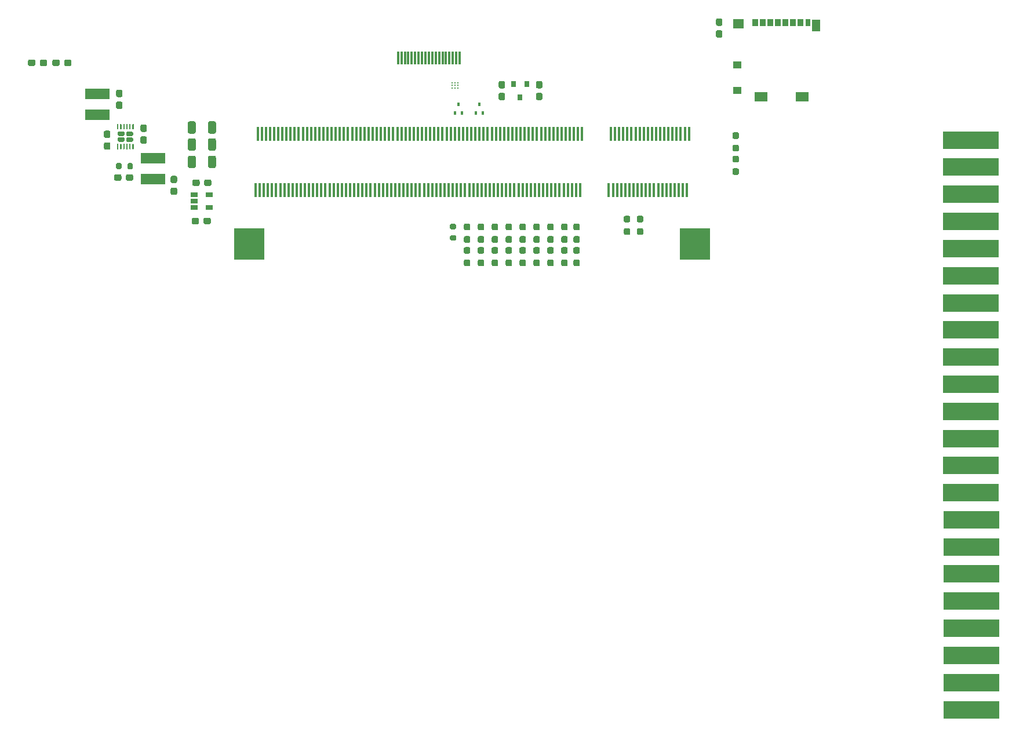
<source format=gbr>
%TF.GenerationSoftware,KiCad,Pcbnew,(5.1.9-0-10_14)*%
%TF.CreationDate,2021-03-05T15:55:50-05:00*%
%TF.ProjectId,Apple1_2layer,4170706c-6531-45f3-926c-617965722e6b,rev?*%
%TF.SameCoordinates,Original*%
%TF.FileFunction,Paste,Top*%
%TF.FilePolarity,Positive*%
%FSLAX46Y46*%
G04 Gerber Fmt 4.6, Leading zero omitted, Abs format (unit mm)*
G04 Created by KiCad (PCBNEW (5.1.9-0-10_14)) date 2021-03-05 15:55:50*
%MOMM*%
%LPD*%
G01*
G04 APERTURE LIST*
%ADD10R,0.350000X2.000000*%
%ADD11R,4.500000X4.600000*%
%ADD12R,0.300000X1.900000*%
%ADD13R,0.400000X0.510000*%
%ADD14R,0.800000X0.900000*%
%ADD15R,8.130000X2.560000*%
%ADD16R,0.850000X1.100000*%
%ADD17R,0.750000X1.100000*%
%ADD18R,1.170000X1.800000*%
%ADD19R,1.550000X1.350000*%
%ADD20R,1.200000X1.000000*%
%ADD21R,1.900000X1.350000*%
%ADD22C,0.250000*%
%ADD23R,3.600000X1.500000*%
%ADD24R,1.060000X0.650000*%
G04 APERTURE END LIST*
D10*
%TO.C,U9*%
X213514000Y-47335000D03*
X213214000Y-55535000D03*
X212914000Y-47335000D03*
X212614000Y-55535000D03*
X212314000Y-47335000D03*
X212014000Y-55535000D03*
X211714000Y-47335000D03*
X211414000Y-55535000D03*
X211114000Y-47335000D03*
X210814000Y-55535000D03*
X210514000Y-47335000D03*
X210214000Y-55535000D03*
X209914000Y-47335000D03*
X209614000Y-55535000D03*
X209314000Y-47335000D03*
X209014000Y-55535000D03*
X208714000Y-47335000D03*
X208414000Y-55535000D03*
X208114000Y-47335000D03*
X207814000Y-55535000D03*
X207514000Y-47335000D03*
X207214000Y-55535000D03*
X206914000Y-47335000D03*
X206614000Y-55535000D03*
X206314000Y-47335000D03*
X206014000Y-55535000D03*
X205714000Y-47335000D03*
X205414000Y-55535000D03*
X205114000Y-47335000D03*
X204814000Y-55535000D03*
X204514000Y-47335000D03*
X204214000Y-55535000D03*
X203914000Y-47335000D03*
X203614000Y-55535000D03*
X203314000Y-47335000D03*
X203014000Y-55535000D03*
X202714000Y-47335000D03*
X202414000Y-55535000D03*
X202114000Y-47335000D03*
X201814000Y-55535000D03*
X197914000Y-47335000D03*
X197614000Y-55535000D03*
X197314000Y-47335000D03*
X197014000Y-55535000D03*
X196714000Y-47335000D03*
X196414000Y-55535000D03*
X196114000Y-47335000D03*
X195814000Y-55535000D03*
X195514000Y-47335000D03*
X195214000Y-55535000D03*
X194914000Y-47335000D03*
X194614000Y-55535000D03*
X194314000Y-47335000D03*
X194014000Y-55535000D03*
X193714000Y-47335000D03*
X193414000Y-55535000D03*
X193114000Y-47335000D03*
X192814000Y-55535000D03*
X192514000Y-47335000D03*
X192214000Y-55535000D03*
X191914000Y-47335000D03*
X191614000Y-55535000D03*
X191314000Y-47335000D03*
X191014000Y-55535000D03*
X190714000Y-47335000D03*
X190414000Y-55535000D03*
X190114000Y-47335000D03*
X189814000Y-55535000D03*
X189514000Y-47335000D03*
X189214000Y-55535000D03*
X188914000Y-47335000D03*
X188614000Y-55535000D03*
X188314000Y-47335000D03*
X188014000Y-55535000D03*
X187714000Y-47335000D03*
X187414000Y-55535000D03*
X187114000Y-47335000D03*
X186814000Y-55535000D03*
X186514000Y-47335000D03*
X186214000Y-55535000D03*
X185914000Y-47335000D03*
X185614000Y-55535000D03*
X185314000Y-47335000D03*
X185014000Y-55535000D03*
X184714000Y-47335000D03*
X184414000Y-55535000D03*
X184114000Y-47335000D03*
X183814000Y-55535000D03*
X183514000Y-47335000D03*
X183214000Y-55535000D03*
X182914000Y-47335000D03*
X182614000Y-55535000D03*
X182314000Y-47335000D03*
X182014000Y-55535000D03*
X181714000Y-47335000D03*
X181414000Y-55535000D03*
X181114000Y-47335000D03*
X180814000Y-55535000D03*
X180514000Y-47335000D03*
X180214000Y-55535000D03*
X179914000Y-47335000D03*
X179614000Y-55535000D03*
X179314000Y-47335000D03*
X179014000Y-55535000D03*
X178714000Y-47335000D03*
X178414000Y-55535000D03*
X178114000Y-47335000D03*
X177814000Y-55535000D03*
X177514000Y-47335000D03*
X177214000Y-55535000D03*
X176914000Y-47335000D03*
X176614000Y-55535000D03*
X176314000Y-47335000D03*
X176014000Y-55535000D03*
X175714000Y-47335000D03*
X175414000Y-55535000D03*
X175114000Y-47335000D03*
X174814000Y-55535000D03*
X174514000Y-47335000D03*
X174214000Y-55535000D03*
X173914000Y-47335000D03*
X173614000Y-55535000D03*
X173314000Y-47335000D03*
X173014000Y-55535000D03*
X172714000Y-47335000D03*
X172414000Y-55535000D03*
X172114000Y-47335000D03*
X171814000Y-55535000D03*
X171514000Y-47335000D03*
X171214000Y-55535000D03*
X170914000Y-47335000D03*
X170614000Y-55535000D03*
X170314000Y-47335000D03*
X170014000Y-55535000D03*
X169714000Y-47335000D03*
X169414000Y-55535000D03*
X169114000Y-47335000D03*
X168814000Y-55535000D03*
X168514000Y-47335000D03*
X168214000Y-55535000D03*
X167914000Y-47335000D03*
X167614000Y-55535000D03*
X167314000Y-47335000D03*
X167014000Y-55535000D03*
X166714000Y-47335000D03*
X166414000Y-55535000D03*
X166114000Y-47335000D03*
X165814000Y-55535000D03*
X165514000Y-47335000D03*
X165214000Y-55535000D03*
X164914000Y-47335000D03*
X164614000Y-55535000D03*
X164314000Y-47335000D03*
X164014000Y-55535000D03*
X163714000Y-47335000D03*
X163414000Y-55535000D03*
X163114000Y-47335000D03*
X162814000Y-55535000D03*
X162514000Y-47335000D03*
X162214000Y-55535000D03*
X161914000Y-47335000D03*
X161614000Y-55535000D03*
X161314000Y-47335000D03*
X161014000Y-55535000D03*
X160714000Y-47335000D03*
X160414000Y-55535000D03*
X160114000Y-47335000D03*
X159814000Y-55535000D03*
X159514000Y-47335000D03*
X159214000Y-55535000D03*
X158914000Y-47335000D03*
X158614000Y-55535000D03*
X158314000Y-47335000D03*
X158014000Y-55535000D03*
X157714000Y-47335000D03*
X157414000Y-55535000D03*
X157114000Y-47335000D03*
X156814000Y-55535000D03*
X156514000Y-47335000D03*
X156214000Y-55535000D03*
X155914000Y-47335000D03*
X155614000Y-55535000D03*
X155314000Y-47335000D03*
X155014000Y-55535000D03*
X154714000Y-47335000D03*
X154414000Y-55535000D03*
X154114000Y-47335000D03*
X153814000Y-55535000D03*
X153514000Y-47335000D03*
X153214000Y-55535000D03*
X152914000Y-47335000D03*
X152614000Y-55535000D03*
X152314000Y-47335000D03*
X152014000Y-55535000D03*
X151714000Y-47335000D03*
X151414000Y-55535000D03*
X151114000Y-47335000D03*
X150814000Y-55535000D03*
X150514000Y-47335000D03*
X150214000Y-55535000D03*
D11*
X214414000Y-63435000D03*
X149314000Y-63435000D03*
%TD*%
D12*
%TO.C,J9*%
X171018000Y-36212000D03*
X171518000Y-36212000D03*
X172018000Y-36212000D03*
X172518000Y-36212000D03*
X173018000Y-36212000D03*
X173518000Y-36212000D03*
X174018000Y-36212000D03*
X174518000Y-36212000D03*
X175018000Y-36212000D03*
X175518000Y-36212000D03*
X176018000Y-36212000D03*
X176518000Y-36212000D03*
X177018000Y-36212000D03*
X177518000Y-36212000D03*
X178018000Y-36212000D03*
X178518000Y-36212000D03*
X179018000Y-36212000D03*
X179518000Y-36212000D03*
X180018000Y-36212000D03*
%TD*%
D13*
%TO.C,Q1*%
X180332000Y-44333000D03*
X179832000Y-43043000D03*
X179332000Y-44333000D03*
%TD*%
%TO.C,Q2*%
X182380000Y-44333000D03*
X182880000Y-43043000D03*
X183380000Y-44333000D03*
%TD*%
D14*
%TO.C,U11*%
X189799000Y-40021000D03*
X187899000Y-40021000D03*
X188849000Y-42021000D03*
%TD*%
D15*
%TO.C,J2*%
X254736600Y-131470400D03*
X254736600Y-127508000D03*
X254736600Y-119583200D03*
X254736600Y-123520200D03*
X254736600Y-111633000D03*
X254736600Y-107696000D03*
X254736600Y-115620800D03*
X254736600Y-103733600D03*
X254711200Y-95808800D03*
X254711200Y-99745800D03*
X254711200Y-79959200D03*
X254685800Y-72034400D03*
X254685800Y-75971400D03*
X254711200Y-87858600D03*
X254711200Y-83921600D03*
X254685800Y-64084200D03*
X254685800Y-60147200D03*
X254685800Y-68072000D03*
X254711200Y-91846400D03*
X254685800Y-56184800D03*
X254660400Y-48260000D03*
X254685800Y-52197000D03*
%TD*%
D16*
%TO.C,J8*%
X223209000Y-31126000D03*
D17*
X230859000Y-31126000D03*
D16*
X224309000Y-31126000D03*
X225409000Y-31126000D03*
X226509000Y-31126000D03*
X227609000Y-31126000D03*
X228709000Y-31126000D03*
X229809000Y-31126000D03*
D18*
X232069000Y-31476000D03*
D19*
X220749000Y-31251000D03*
D20*
X220574000Y-40976000D03*
X220574000Y-37276000D03*
D21*
X224074000Y-41951000D03*
X230044000Y-41951000D03*
%TD*%
D22*
%TO.C,U10*%
X178924000Y-39859000D03*
X178924000Y-40259000D03*
X178924000Y-40659000D03*
X179324000Y-39859000D03*
X179324000Y-40259000D03*
X179324000Y-40659000D03*
X179724000Y-39859000D03*
X179724000Y-40259000D03*
X179724000Y-40659000D03*
%TD*%
%TO.C,C16*%
G36*
G01*
X218169500Y-33277000D02*
X217694500Y-33277000D01*
G75*
G02*
X217457000Y-33039500I0J237500D01*
G01*
X217457000Y-32439500D01*
G75*
G02*
X217694500Y-32202000I237500J0D01*
G01*
X218169500Y-32202000D01*
G75*
G02*
X218407000Y-32439500I0J-237500D01*
G01*
X218407000Y-33039500D01*
G75*
G02*
X218169500Y-33277000I-237500J0D01*
G01*
G37*
G36*
G01*
X218169500Y-31552000D02*
X217694500Y-31552000D01*
G75*
G02*
X217457000Y-31314500I0J237500D01*
G01*
X217457000Y-30714500D01*
G75*
G02*
X217694500Y-30477000I237500J0D01*
G01*
X218169500Y-30477000D01*
G75*
G02*
X218407000Y-30714500I0J-237500D01*
G01*
X218407000Y-31314500D01*
G75*
G02*
X218169500Y-31552000I-237500J0D01*
G01*
G37*
%TD*%
%TO.C,C17*%
G36*
G01*
X191880500Y-42421000D02*
X191405500Y-42421000D01*
G75*
G02*
X191168000Y-42183500I0J237500D01*
G01*
X191168000Y-41583500D01*
G75*
G02*
X191405500Y-41346000I237500J0D01*
G01*
X191880500Y-41346000D01*
G75*
G02*
X192118000Y-41583500I0J-237500D01*
G01*
X192118000Y-42183500D01*
G75*
G02*
X191880500Y-42421000I-237500J0D01*
G01*
G37*
G36*
G01*
X191880500Y-40696000D02*
X191405500Y-40696000D01*
G75*
G02*
X191168000Y-40458500I0J237500D01*
G01*
X191168000Y-39858500D01*
G75*
G02*
X191405500Y-39621000I237500J0D01*
G01*
X191880500Y-39621000D01*
G75*
G02*
X192118000Y-39858500I0J-237500D01*
G01*
X192118000Y-40458500D01*
G75*
G02*
X191880500Y-40696000I-237500J0D01*
G01*
G37*
%TD*%
%TO.C,C18*%
G36*
G01*
X185944500Y-41346000D02*
X186419500Y-41346000D01*
G75*
G02*
X186657000Y-41583500I0J-237500D01*
G01*
X186657000Y-42183500D01*
G75*
G02*
X186419500Y-42421000I-237500J0D01*
G01*
X185944500Y-42421000D01*
G75*
G02*
X185707000Y-42183500I0J237500D01*
G01*
X185707000Y-41583500D01*
G75*
G02*
X185944500Y-41346000I237500J0D01*
G01*
G37*
G36*
G01*
X185944500Y-39621000D02*
X186419500Y-39621000D01*
G75*
G02*
X186657000Y-39858500I0J-237500D01*
G01*
X186657000Y-40458500D01*
G75*
G02*
X186419500Y-40696000I-237500J0D01*
G01*
X185944500Y-40696000D01*
G75*
G02*
X185707000Y-40458500I0J237500D01*
G01*
X185707000Y-39858500D01*
G75*
G02*
X185944500Y-39621000I237500J0D01*
G01*
G37*
%TD*%
%TO.C,R26*%
G36*
G01*
X206137500Y-61131000D02*
X206612500Y-61131000D01*
G75*
G02*
X206850000Y-61368500I0J-237500D01*
G01*
X206850000Y-61868500D01*
G75*
G02*
X206612500Y-62106000I-237500J0D01*
G01*
X206137500Y-62106000D01*
G75*
G02*
X205900000Y-61868500I0J237500D01*
G01*
X205900000Y-61368500D01*
G75*
G02*
X206137500Y-61131000I237500J0D01*
G01*
G37*
G36*
G01*
X206137500Y-59306000D02*
X206612500Y-59306000D01*
G75*
G02*
X206850000Y-59543500I0J-237500D01*
G01*
X206850000Y-60043500D01*
G75*
G02*
X206612500Y-60281000I-237500J0D01*
G01*
X206137500Y-60281000D01*
G75*
G02*
X205900000Y-60043500I0J237500D01*
G01*
X205900000Y-59543500D01*
G75*
G02*
X206137500Y-59306000I237500J0D01*
G01*
G37*
%TD*%
%TO.C,R27*%
G36*
G01*
X204232500Y-59306000D02*
X204707500Y-59306000D01*
G75*
G02*
X204945000Y-59543500I0J-237500D01*
G01*
X204945000Y-60043500D01*
G75*
G02*
X204707500Y-60281000I-237500J0D01*
G01*
X204232500Y-60281000D01*
G75*
G02*
X203995000Y-60043500I0J237500D01*
G01*
X203995000Y-59543500D01*
G75*
G02*
X204232500Y-59306000I237500J0D01*
G01*
G37*
G36*
G01*
X204232500Y-61131000D02*
X204707500Y-61131000D01*
G75*
G02*
X204945000Y-61368500I0J-237500D01*
G01*
X204945000Y-61868500D01*
G75*
G02*
X204707500Y-62106000I-237500J0D01*
G01*
X204232500Y-62106000D01*
G75*
G02*
X203995000Y-61868500I0J237500D01*
G01*
X203995000Y-61368500D01*
G75*
G02*
X204232500Y-61131000I237500J0D01*
G01*
G37*
%TD*%
%TO.C,C13*%
G36*
G01*
X144417000Y-45753999D02*
X144417000Y-47054001D01*
G75*
G02*
X144167001Y-47304000I-249999J0D01*
G01*
X143516999Y-47304000D01*
G75*
G02*
X143267000Y-47054001I0J249999D01*
G01*
X143267000Y-45753999D01*
G75*
G02*
X143516999Y-45504000I249999J0D01*
G01*
X144167001Y-45504000D01*
G75*
G02*
X144417000Y-45753999I0J-249999D01*
G01*
G37*
G36*
G01*
X141467000Y-45753999D02*
X141467000Y-47054001D01*
G75*
G02*
X141217001Y-47304000I-249999J0D01*
G01*
X140566999Y-47304000D01*
G75*
G02*
X140317000Y-47054001I0J249999D01*
G01*
X140317000Y-45753999D01*
G75*
G02*
X140566999Y-45504000I249999J0D01*
G01*
X141217001Y-45504000D01*
G75*
G02*
X141467000Y-45753999I0J-249999D01*
G01*
G37*
%TD*%
%TO.C,C14*%
G36*
G01*
X141467000Y-48244999D02*
X141467000Y-49545001D01*
G75*
G02*
X141217001Y-49795000I-249999J0D01*
G01*
X140566999Y-49795000D01*
G75*
G02*
X140317000Y-49545001I0J249999D01*
G01*
X140317000Y-48244999D01*
G75*
G02*
X140566999Y-47995000I249999J0D01*
G01*
X141217001Y-47995000D01*
G75*
G02*
X141467000Y-48244999I0J-249999D01*
G01*
G37*
G36*
G01*
X144417000Y-48244999D02*
X144417000Y-49545001D01*
G75*
G02*
X144167001Y-49795000I-249999J0D01*
G01*
X143516999Y-49795000D01*
G75*
G02*
X143267000Y-49545001I0J249999D01*
G01*
X143267000Y-48244999D01*
G75*
G02*
X143516999Y-47995000I249999J0D01*
G01*
X144167001Y-47995000D01*
G75*
G02*
X144417000Y-48244999I0J-249999D01*
G01*
G37*
%TD*%
%TO.C,C15*%
G36*
G01*
X144417000Y-50784999D02*
X144417000Y-52085001D01*
G75*
G02*
X144167001Y-52335000I-249999J0D01*
G01*
X143516999Y-52335000D01*
G75*
G02*
X143267000Y-52085001I0J249999D01*
G01*
X143267000Y-50784999D01*
G75*
G02*
X143516999Y-50535000I249999J0D01*
G01*
X144167001Y-50535000D01*
G75*
G02*
X144417000Y-50784999I0J-249999D01*
G01*
G37*
G36*
G01*
X141467000Y-50784999D02*
X141467000Y-52085001D01*
G75*
G02*
X141217001Y-52335000I-249999J0D01*
G01*
X140566999Y-52335000D01*
G75*
G02*
X140317000Y-52085001I0J249999D01*
G01*
X140317000Y-50784999D01*
G75*
G02*
X140566999Y-50535000I249999J0D01*
G01*
X141217001Y-50535000D01*
G75*
G02*
X141467000Y-50784999I0J-249999D01*
G01*
G37*
%TD*%
%TO.C,R29*%
G36*
G01*
X178795000Y-60497000D02*
X179345000Y-60497000D01*
G75*
G02*
X179545000Y-60697000I0J-200000D01*
G01*
X179545000Y-61097000D01*
G75*
G02*
X179345000Y-61297000I-200000J0D01*
G01*
X178795000Y-61297000D01*
G75*
G02*
X178595000Y-61097000I0J200000D01*
G01*
X178595000Y-60697000D01*
G75*
G02*
X178795000Y-60497000I200000J0D01*
G01*
G37*
G36*
G01*
X178795000Y-62147000D02*
X179345000Y-62147000D01*
G75*
G02*
X179545000Y-62347000I0J-200000D01*
G01*
X179545000Y-62747000D01*
G75*
G02*
X179345000Y-62947000I-200000J0D01*
G01*
X178795000Y-62947000D01*
G75*
G02*
X178595000Y-62747000I0J200000D01*
G01*
X178595000Y-62347000D01*
G75*
G02*
X178795000Y-62147000I200000J0D01*
G01*
G37*
%TD*%
%TO.C,R6*%
G36*
G01*
X197341500Y-66678000D02*
X196866500Y-66678000D01*
G75*
G02*
X196629000Y-66440500I0J237500D01*
G01*
X196629000Y-65940500D01*
G75*
G02*
X196866500Y-65703000I237500J0D01*
G01*
X197341500Y-65703000D01*
G75*
G02*
X197579000Y-65940500I0J-237500D01*
G01*
X197579000Y-66440500D01*
G75*
G02*
X197341500Y-66678000I-237500J0D01*
G01*
G37*
G36*
G01*
X197341500Y-64853000D02*
X196866500Y-64853000D01*
G75*
G02*
X196629000Y-64615500I0J237500D01*
G01*
X196629000Y-64115500D01*
G75*
G02*
X196866500Y-63878000I237500J0D01*
G01*
X197341500Y-63878000D01*
G75*
G02*
X197579000Y-64115500I0J-237500D01*
G01*
X197579000Y-64615500D01*
G75*
G02*
X197341500Y-64853000I-237500J0D01*
G01*
G37*
%TD*%
%TO.C,R7*%
G36*
G01*
X195563500Y-64853000D02*
X195088500Y-64853000D01*
G75*
G02*
X194851000Y-64615500I0J237500D01*
G01*
X194851000Y-64115500D01*
G75*
G02*
X195088500Y-63878000I237500J0D01*
G01*
X195563500Y-63878000D01*
G75*
G02*
X195801000Y-64115500I0J-237500D01*
G01*
X195801000Y-64615500D01*
G75*
G02*
X195563500Y-64853000I-237500J0D01*
G01*
G37*
G36*
G01*
X195563500Y-66678000D02*
X195088500Y-66678000D01*
G75*
G02*
X194851000Y-66440500I0J237500D01*
G01*
X194851000Y-65940500D01*
G75*
G02*
X195088500Y-65703000I237500J0D01*
G01*
X195563500Y-65703000D01*
G75*
G02*
X195801000Y-65940500I0J-237500D01*
G01*
X195801000Y-66440500D01*
G75*
G02*
X195563500Y-66678000I-237500J0D01*
G01*
G37*
%TD*%
%TO.C,R8*%
G36*
G01*
X193531500Y-64853000D02*
X193056500Y-64853000D01*
G75*
G02*
X192819000Y-64615500I0J237500D01*
G01*
X192819000Y-64115500D01*
G75*
G02*
X193056500Y-63878000I237500J0D01*
G01*
X193531500Y-63878000D01*
G75*
G02*
X193769000Y-64115500I0J-237500D01*
G01*
X193769000Y-64615500D01*
G75*
G02*
X193531500Y-64853000I-237500J0D01*
G01*
G37*
G36*
G01*
X193531500Y-66678000D02*
X193056500Y-66678000D01*
G75*
G02*
X192819000Y-66440500I0J237500D01*
G01*
X192819000Y-65940500D01*
G75*
G02*
X193056500Y-65703000I237500J0D01*
G01*
X193531500Y-65703000D01*
G75*
G02*
X193769000Y-65940500I0J-237500D01*
G01*
X193769000Y-66440500D01*
G75*
G02*
X193531500Y-66678000I-237500J0D01*
G01*
G37*
%TD*%
%TO.C,R9*%
G36*
G01*
X191499500Y-66678000D02*
X191024500Y-66678000D01*
G75*
G02*
X190787000Y-66440500I0J237500D01*
G01*
X190787000Y-65940500D01*
G75*
G02*
X191024500Y-65703000I237500J0D01*
G01*
X191499500Y-65703000D01*
G75*
G02*
X191737000Y-65940500I0J-237500D01*
G01*
X191737000Y-66440500D01*
G75*
G02*
X191499500Y-66678000I-237500J0D01*
G01*
G37*
G36*
G01*
X191499500Y-64853000D02*
X191024500Y-64853000D01*
G75*
G02*
X190787000Y-64615500I0J237500D01*
G01*
X190787000Y-64115500D01*
G75*
G02*
X191024500Y-63878000I237500J0D01*
G01*
X191499500Y-63878000D01*
G75*
G02*
X191737000Y-64115500I0J-237500D01*
G01*
X191737000Y-64615500D01*
G75*
G02*
X191499500Y-64853000I-237500J0D01*
G01*
G37*
%TD*%
%TO.C,R10*%
G36*
G01*
X189467500Y-66678000D02*
X188992500Y-66678000D01*
G75*
G02*
X188755000Y-66440500I0J237500D01*
G01*
X188755000Y-65940500D01*
G75*
G02*
X188992500Y-65703000I237500J0D01*
G01*
X189467500Y-65703000D01*
G75*
G02*
X189705000Y-65940500I0J-237500D01*
G01*
X189705000Y-66440500D01*
G75*
G02*
X189467500Y-66678000I-237500J0D01*
G01*
G37*
G36*
G01*
X189467500Y-64853000D02*
X188992500Y-64853000D01*
G75*
G02*
X188755000Y-64615500I0J237500D01*
G01*
X188755000Y-64115500D01*
G75*
G02*
X188992500Y-63878000I237500J0D01*
G01*
X189467500Y-63878000D01*
G75*
G02*
X189705000Y-64115500I0J-237500D01*
G01*
X189705000Y-64615500D01*
G75*
G02*
X189467500Y-64853000I-237500J0D01*
G01*
G37*
%TD*%
%TO.C,R11*%
G36*
G01*
X187435500Y-64853000D02*
X186960500Y-64853000D01*
G75*
G02*
X186723000Y-64615500I0J237500D01*
G01*
X186723000Y-64115500D01*
G75*
G02*
X186960500Y-63878000I237500J0D01*
G01*
X187435500Y-63878000D01*
G75*
G02*
X187673000Y-64115500I0J-237500D01*
G01*
X187673000Y-64615500D01*
G75*
G02*
X187435500Y-64853000I-237500J0D01*
G01*
G37*
G36*
G01*
X187435500Y-66678000D02*
X186960500Y-66678000D01*
G75*
G02*
X186723000Y-66440500I0J237500D01*
G01*
X186723000Y-65940500D01*
G75*
G02*
X186960500Y-65703000I237500J0D01*
G01*
X187435500Y-65703000D01*
G75*
G02*
X187673000Y-65940500I0J-237500D01*
G01*
X187673000Y-66440500D01*
G75*
G02*
X187435500Y-66678000I-237500J0D01*
G01*
G37*
%TD*%
%TO.C,R12*%
G36*
G01*
X185403500Y-66678000D02*
X184928500Y-66678000D01*
G75*
G02*
X184691000Y-66440500I0J237500D01*
G01*
X184691000Y-65940500D01*
G75*
G02*
X184928500Y-65703000I237500J0D01*
G01*
X185403500Y-65703000D01*
G75*
G02*
X185641000Y-65940500I0J-237500D01*
G01*
X185641000Y-66440500D01*
G75*
G02*
X185403500Y-66678000I-237500J0D01*
G01*
G37*
G36*
G01*
X185403500Y-64853000D02*
X184928500Y-64853000D01*
G75*
G02*
X184691000Y-64615500I0J237500D01*
G01*
X184691000Y-64115500D01*
G75*
G02*
X184928500Y-63878000I237500J0D01*
G01*
X185403500Y-63878000D01*
G75*
G02*
X185641000Y-64115500I0J-237500D01*
G01*
X185641000Y-64615500D01*
G75*
G02*
X185403500Y-64853000I-237500J0D01*
G01*
G37*
%TD*%
%TO.C,R13*%
G36*
G01*
X183371500Y-64853000D02*
X182896500Y-64853000D01*
G75*
G02*
X182659000Y-64615500I0J237500D01*
G01*
X182659000Y-64115500D01*
G75*
G02*
X182896500Y-63878000I237500J0D01*
G01*
X183371500Y-63878000D01*
G75*
G02*
X183609000Y-64115500I0J-237500D01*
G01*
X183609000Y-64615500D01*
G75*
G02*
X183371500Y-64853000I-237500J0D01*
G01*
G37*
G36*
G01*
X183371500Y-66678000D02*
X182896500Y-66678000D01*
G75*
G02*
X182659000Y-66440500I0J237500D01*
G01*
X182659000Y-65940500D01*
G75*
G02*
X182896500Y-65703000I237500J0D01*
G01*
X183371500Y-65703000D01*
G75*
G02*
X183609000Y-65940500I0J-237500D01*
G01*
X183609000Y-66440500D01*
G75*
G02*
X183371500Y-66678000I-237500J0D01*
G01*
G37*
%TD*%
%TO.C,R14*%
G36*
G01*
X181339500Y-66678000D02*
X180864500Y-66678000D01*
G75*
G02*
X180627000Y-66440500I0J237500D01*
G01*
X180627000Y-65940500D01*
G75*
G02*
X180864500Y-65703000I237500J0D01*
G01*
X181339500Y-65703000D01*
G75*
G02*
X181577000Y-65940500I0J-237500D01*
G01*
X181577000Y-66440500D01*
G75*
G02*
X181339500Y-66678000I-237500J0D01*
G01*
G37*
G36*
G01*
X181339500Y-64853000D02*
X180864500Y-64853000D01*
G75*
G02*
X180627000Y-64615500I0J237500D01*
G01*
X180627000Y-64115500D01*
G75*
G02*
X180864500Y-63878000I237500J0D01*
G01*
X181339500Y-63878000D01*
G75*
G02*
X181577000Y-64115500I0J-237500D01*
G01*
X181577000Y-64615500D01*
G75*
G02*
X181339500Y-64853000I-237500J0D01*
G01*
G37*
%TD*%
%TO.C,R15*%
G36*
G01*
X220107500Y-48939000D02*
X220582500Y-48939000D01*
G75*
G02*
X220820000Y-49176500I0J-237500D01*
G01*
X220820000Y-49676500D01*
G75*
G02*
X220582500Y-49914000I-237500J0D01*
G01*
X220107500Y-49914000D01*
G75*
G02*
X219870000Y-49676500I0J237500D01*
G01*
X219870000Y-49176500D01*
G75*
G02*
X220107500Y-48939000I237500J0D01*
G01*
G37*
G36*
G01*
X220107500Y-47114000D02*
X220582500Y-47114000D01*
G75*
G02*
X220820000Y-47351500I0J-237500D01*
G01*
X220820000Y-47851500D01*
G75*
G02*
X220582500Y-48089000I-237500J0D01*
G01*
X220107500Y-48089000D01*
G75*
G02*
X219870000Y-47851500I0J237500D01*
G01*
X219870000Y-47351500D01*
G75*
G02*
X220107500Y-47114000I237500J0D01*
G01*
G37*
%TD*%
%TO.C,R16*%
G36*
G01*
X196866500Y-62274000D02*
X197341500Y-62274000D01*
G75*
G02*
X197579000Y-62511500I0J-237500D01*
G01*
X197579000Y-63011500D01*
G75*
G02*
X197341500Y-63249000I-237500J0D01*
G01*
X196866500Y-63249000D01*
G75*
G02*
X196629000Y-63011500I0J237500D01*
G01*
X196629000Y-62511500D01*
G75*
G02*
X196866500Y-62274000I237500J0D01*
G01*
G37*
G36*
G01*
X196866500Y-60449000D02*
X197341500Y-60449000D01*
G75*
G02*
X197579000Y-60686500I0J-237500D01*
G01*
X197579000Y-61186500D01*
G75*
G02*
X197341500Y-61424000I-237500J0D01*
G01*
X196866500Y-61424000D01*
G75*
G02*
X196629000Y-61186500I0J237500D01*
G01*
X196629000Y-60686500D01*
G75*
G02*
X196866500Y-60449000I237500J0D01*
G01*
G37*
%TD*%
%TO.C,R17*%
G36*
G01*
X195088500Y-62274000D02*
X195563500Y-62274000D01*
G75*
G02*
X195801000Y-62511500I0J-237500D01*
G01*
X195801000Y-63011500D01*
G75*
G02*
X195563500Y-63249000I-237500J0D01*
G01*
X195088500Y-63249000D01*
G75*
G02*
X194851000Y-63011500I0J237500D01*
G01*
X194851000Y-62511500D01*
G75*
G02*
X195088500Y-62274000I237500J0D01*
G01*
G37*
G36*
G01*
X195088500Y-60449000D02*
X195563500Y-60449000D01*
G75*
G02*
X195801000Y-60686500I0J-237500D01*
G01*
X195801000Y-61186500D01*
G75*
G02*
X195563500Y-61424000I-237500J0D01*
G01*
X195088500Y-61424000D01*
G75*
G02*
X194851000Y-61186500I0J237500D01*
G01*
X194851000Y-60686500D01*
G75*
G02*
X195088500Y-60449000I237500J0D01*
G01*
G37*
%TD*%
%TO.C,R18*%
G36*
G01*
X193056500Y-60449000D02*
X193531500Y-60449000D01*
G75*
G02*
X193769000Y-60686500I0J-237500D01*
G01*
X193769000Y-61186500D01*
G75*
G02*
X193531500Y-61424000I-237500J0D01*
G01*
X193056500Y-61424000D01*
G75*
G02*
X192819000Y-61186500I0J237500D01*
G01*
X192819000Y-60686500D01*
G75*
G02*
X193056500Y-60449000I237500J0D01*
G01*
G37*
G36*
G01*
X193056500Y-62274000D02*
X193531500Y-62274000D01*
G75*
G02*
X193769000Y-62511500I0J-237500D01*
G01*
X193769000Y-63011500D01*
G75*
G02*
X193531500Y-63249000I-237500J0D01*
G01*
X193056500Y-63249000D01*
G75*
G02*
X192819000Y-63011500I0J237500D01*
G01*
X192819000Y-62511500D01*
G75*
G02*
X193056500Y-62274000I237500J0D01*
G01*
G37*
%TD*%
%TO.C,R20*%
G36*
G01*
X191024500Y-62274000D02*
X191499500Y-62274000D01*
G75*
G02*
X191737000Y-62511500I0J-237500D01*
G01*
X191737000Y-63011500D01*
G75*
G02*
X191499500Y-63249000I-237500J0D01*
G01*
X191024500Y-63249000D01*
G75*
G02*
X190787000Y-63011500I0J237500D01*
G01*
X190787000Y-62511500D01*
G75*
G02*
X191024500Y-62274000I237500J0D01*
G01*
G37*
G36*
G01*
X191024500Y-60449000D02*
X191499500Y-60449000D01*
G75*
G02*
X191737000Y-60686500I0J-237500D01*
G01*
X191737000Y-61186500D01*
G75*
G02*
X191499500Y-61424000I-237500J0D01*
G01*
X191024500Y-61424000D01*
G75*
G02*
X190787000Y-61186500I0J237500D01*
G01*
X190787000Y-60686500D01*
G75*
G02*
X191024500Y-60449000I237500J0D01*
G01*
G37*
%TD*%
%TO.C,R21*%
G36*
G01*
X188992500Y-60449000D02*
X189467500Y-60449000D01*
G75*
G02*
X189705000Y-60686500I0J-237500D01*
G01*
X189705000Y-61186500D01*
G75*
G02*
X189467500Y-61424000I-237500J0D01*
G01*
X188992500Y-61424000D01*
G75*
G02*
X188755000Y-61186500I0J237500D01*
G01*
X188755000Y-60686500D01*
G75*
G02*
X188992500Y-60449000I237500J0D01*
G01*
G37*
G36*
G01*
X188992500Y-62274000D02*
X189467500Y-62274000D01*
G75*
G02*
X189705000Y-62511500I0J-237500D01*
G01*
X189705000Y-63011500D01*
G75*
G02*
X189467500Y-63249000I-237500J0D01*
G01*
X188992500Y-63249000D01*
G75*
G02*
X188755000Y-63011500I0J237500D01*
G01*
X188755000Y-62511500D01*
G75*
G02*
X188992500Y-62274000I237500J0D01*
G01*
G37*
%TD*%
%TO.C,R22*%
G36*
G01*
X186960500Y-62274000D02*
X187435500Y-62274000D01*
G75*
G02*
X187673000Y-62511500I0J-237500D01*
G01*
X187673000Y-63011500D01*
G75*
G02*
X187435500Y-63249000I-237500J0D01*
G01*
X186960500Y-63249000D01*
G75*
G02*
X186723000Y-63011500I0J237500D01*
G01*
X186723000Y-62511500D01*
G75*
G02*
X186960500Y-62274000I237500J0D01*
G01*
G37*
G36*
G01*
X186960500Y-60449000D02*
X187435500Y-60449000D01*
G75*
G02*
X187673000Y-60686500I0J-237500D01*
G01*
X187673000Y-61186500D01*
G75*
G02*
X187435500Y-61424000I-237500J0D01*
G01*
X186960500Y-61424000D01*
G75*
G02*
X186723000Y-61186500I0J237500D01*
G01*
X186723000Y-60686500D01*
G75*
G02*
X186960500Y-60449000I237500J0D01*
G01*
G37*
%TD*%
%TO.C,R23*%
G36*
G01*
X184928500Y-60449000D02*
X185403500Y-60449000D01*
G75*
G02*
X185641000Y-60686500I0J-237500D01*
G01*
X185641000Y-61186500D01*
G75*
G02*
X185403500Y-61424000I-237500J0D01*
G01*
X184928500Y-61424000D01*
G75*
G02*
X184691000Y-61186500I0J237500D01*
G01*
X184691000Y-60686500D01*
G75*
G02*
X184928500Y-60449000I237500J0D01*
G01*
G37*
G36*
G01*
X184928500Y-62274000D02*
X185403500Y-62274000D01*
G75*
G02*
X185641000Y-62511500I0J-237500D01*
G01*
X185641000Y-63011500D01*
G75*
G02*
X185403500Y-63249000I-237500J0D01*
G01*
X184928500Y-63249000D01*
G75*
G02*
X184691000Y-63011500I0J237500D01*
G01*
X184691000Y-62511500D01*
G75*
G02*
X184928500Y-62274000I237500J0D01*
G01*
G37*
%TD*%
%TO.C,R24*%
G36*
G01*
X182896500Y-62274000D02*
X183371500Y-62274000D01*
G75*
G02*
X183609000Y-62511500I0J-237500D01*
G01*
X183609000Y-63011500D01*
G75*
G02*
X183371500Y-63249000I-237500J0D01*
G01*
X182896500Y-63249000D01*
G75*
G02*
X182659000Y-63011500I0J237500D01*
G01*
X182659000Y-62511500D01*
G75*
G02*
X182896500Y-62274000I237500J0D01*
G01*
G37*
G36*
G01*
X182896500Y-60449000D02*
X183371500Y-60449000D01*
G75*
G02*
X183609000Y-60686500I0J-237500D01*
G01*
X183609000Y-61186500D01*
G75*
G02*
X183371500Y-61424000I-237500J0D01*
G01*
X182896500Y-61424000D01*
G75*
G02*
X182659000Y-61186500I0J237500D01*
G01*
X182659000Y-60686500D01*
G75*
G02*
X182896500Y-60449000I237500J0D01*
G01*
G37*
%TD*%
%TO.C,R25*%
G36*
G01*
X180864500Y-60449000D02*
X181339500Y-60449000D01*
G75*
G02*
X181577000Y-60686500I0J-237500D01*
G01*
X181577000Y-61186500D01*
G75*
G02*
X181339500Y-61424000I-237500J0D01*
G01*
X180864500Y-61424000D01*
G75*
G02*
X180627000Y-61186500I0J237500D01*
G01*
X180627000Y-60686500D01*
G75*
G02*
X180864500Y-60449000I237500J0D01*
G01*
G37*
G36*
G01*
X180864500Y-62274000D02*
X181339500Y-62274000D01*
G75*
G02*
X181577000Y-62511500I0J-237500D01*
G01*
X181577000Y-63011500D01*
G75*
G02*
X181339500Y-63249000I-237500J0D01*
G01*
X180864500Y-63249000D01*
G75*
G02*
X180627000Y-63011500I0J237500D01*
G01*
X180627000Y-62511500D01*
G75*
G02*
X180864500Y-62274000I237500J0D01*
G01*
G37*
%TD*%
%TO.C,R28*%
G36*
G01*
X220582500Y-53343000D02*
X220107500Y-53343000D01*
G75*
G02*
X219870000Y-53105500I0J237500D01*
G01*
X219870000Y-52605500D01*
G75*
G02*
X220107500Y-52368000I237500J0D01*
G01*
X220582500Y-52368000D01*
G75*
G02*
X220820000Y-52605500I0J-237500D01*
G01*
X220820000Y-53105500D01*
G75*
G02*
X220582500Y-53343000I-237500J0D01*
G01*
G37*
G36*
G01*
X220582500Y-51518000D02*
X220107500Y-51518000D01*
G75*
G02*
X219870000Y-51280500I0J237500D01*
G01*
X219870000Y-50780500D01*
G75*
G02*
X220107500Y-50543000I237500J0D01*
G01*
X220582500Y-50543000D01*
G75*
G02*
X220820000Y-50780500I0J-237500D01*
G01*
X220820000Y-51280500D01*
G75*
G02*
X220582500Y-51518000I-237500J0D01*
G01*
G37*
%TD*%
%TO.C,C2*%
G36*
G01*
X129537000Y-53958500D02*
X129537000Y-53483500D01*
G75*
G02*
X129774500Y-53246000I237500J0D01*
G01*
X130374500Y-53246000D01*
G75*
G02*
X130612000Y-53483500I0J-237500D01*
G01*
X130612000Y-53958500D01*
G75*
G02*
X130374500Y-54196000I-237500J0D01*
G01*
X129774500Y-54196000D01*
G75*
G02*
X129537000Y-53958500I0J237500D01*
G01*
G37*
G36*
G01*
X131262000Y-53958500D02*
X131262000Y-53483500D01*
G75*
G02*
X131499500Y-53246000I237500J0D01*
G01*
X132099500Y-53246000D01*
G75*
G02*
X132337000Y-53483500I0J-237500D01*
G01*
X132337000Y-53958500D01*
G75*
G02*
X132099500Y-54196000I-237500J0D01*
G01*
X131499500Y-54196000D01*
G75*
G02*
X131262000Y-53958500I0J237500D01*
G01*
G37*
%TD*%
%TO.C,C11*%
G36*
G01*
X128761500Y-47935000D02*
X128286500Y-47935000D01*
G75*
G02*
X128049000Y-47697500I0J237500D01*
G01*
X128049000Y-47097500D01*
G75*
G02*
X128286500Y-46860000I237500J0D01*
G01*
X128761500Y-46860000D01*
G75*
G02*
X128999000Y-47097500I0J-237500D01*
G01*
X128999000Y-47697500D01*
G75*
G02*
X128761500Y-47935000I-237500J0D01*
G01*
G37*
G36*
G01*
X128761500Y-49660000D02*
X128286500Y-49660000D01*
G75*
G02*
X128049000Y-49422500I0J237500D01*
G01*
X128049000Y-48822500D01*
G75*
G02*
X128286500Y-48585000I237500J0D01*
G01*
X128761500Y-48585000D01*
G75*
G02*
X128999000Y-48822500I0J-237500D01*
G01*
X128999000Y-49422500D01*
G75*
G02*
X128761500Y-49660000I-237500J0D01*
G01*
G37*
%TD*%
%TO.C,C12*%
G36*
G01*
X133620500Y-47696000D02*
X134095500Y-47696000D01*
G75*
G02*
X134333000Y-47933500I0J-237500D01*
G01*
X134333000Y-48533500D01*
G75*
G02*
X134095500Y-48771000I-237500J0D01*
G01*
X133620500Y-48771000D01*
G75*
G02*
X133383000Y-48533500I0J237500D01*
G01*
X133383000Y-47933500D01*
G75*
G02*
X133620500Y-47696000I237500J0D01*
G01*
G37*
G36*
G01*
X133620500Y-45971000D02*
X134095500Y-45971000D01*
G75*
G02*
X134333000Y-46208500I0J-237500D01*
G01*
X134333000Y-46808500D01*
G75*
G02*
X134095500Y-47046000I-237500J0D01*
G01*
X133620500Y-47046000D01*
G75*
G02*
X133383000Y-46808500I0J237500D01*
G01*
X133383000Y-46208500D01*
G75*
G02*
X133620500Y-45971000I237500J0D01*
G01*
G37*
%TD*%
%TO.C,C19*%
G36*
G01*
X138028500Y-53464000D02*
X138503500Y-53464000D01*
G75*
G02*
X138741000Y-53701500I0J-237500D01*
G01*
X138741000Y-54301500D01*
G75*
G02*
X138503500Y-54539000I-237500J0D01*
G01*
X138028500Y-54539000D01*
G75*
G02*
X137791000Y-54301500I0J237500D01*
G01*
X137791000Y-53701500D01*
G75*
G02*
X138028500Y-53464000I237500J0D01*
G01*
G37*
G36*
G01*
X138028500Y-55189000D02*
X138503500Y-55189000D01*
G75*
G02*
X138741000Y-55426500I0J-237500D01*
G01*
X138741000Y-56026500D01*
G75*
G02*
X138503500Y-56264000I-237500J0D01*
G01*
X138028500Y-56264000D01*
G75*
G02*
X137791000Y-56026500I0J237500D01*
G01*
X137791000Y-55426500D01*
G75*
G02*
X138028500Y-55189000I237500J0D01*
G01*
G37*
%TD*%
%TO.C,C20*%
G36*
G01*
X130064500Y-40891000D02*
X130539500Y-40891000D01*
G75*
G02*
X130777000Y-41128500I0J-237500D01*
G01*
X130777000Y-41728500D01*
G75*
G02*
X130539500Y-41966000I-237500J0D01*
G01*
X130064500Y-41966000D01*
G75*
G02*
X129827000Y-41728500I0J237500D01*
G01*
X129827000Y-41128500D01*
G75*
G02*
X130064500Y-40891000I237500J0D01*
G01*
G37*
G36*
G01*
X130064500Y-42616000D02*
X130539500Y-42616000D01*
G75*
G02*
X130777000Y-42853500I0J-237500D01*
G01*
X130777000Y-43453500D01*
G75*
G02*
X130539500Y-43691000I-237500J0D01*
G01*
X130064500Y-43691000D01*
G75*
G02*
X129827000Y-43453500I0J237500D01*
G01*
X129827000Y-42853500D01*
G75*
G02*
X130064500Y-42616000I237500J0D01*
G01*
G37*
%TD*%
%TO.C,C21*%
G36*
G01*
X140866500Y-60308500D02*
X140866500Y-59833500D01*
G75*
G02*
X141104000Y-59596000I237500J0D01*
G01*
X141704000Y-59596000D01*
G75*
G02*
X141941500Y-59833500I0J-237500D01*
G01*
X141941500Y-60308500D01*
G75*
G02*
X141704000Y-60546000I-237500J0D01*
G01*
X141104000Y-60546000D01*
G75*
G02*
X140866500Y-60308500I0J237500D01*
G01*
G37*
G36*
G01*
X142591500Y-60308500D02*
X142591500Y-59833500D01*
G75*
G02*
X142829000Y-59596000I237500J0D01*
G01*
X143429000Y-59596000D01*
G75*
G02*
X143666500Y-59833500I0J-237500D01*
G01*
X143666500Y-60308500D01*
G75*
G02*
X143429000Y-60546000I-237500J0D01*
G01*
X142829000Y-60546000D01*
G75*
G02*
X142591500Y-60308500I0J237500D01*
G01*
G37*
%TD*%
%TO.C,C22*%
G36*
G01*
X142042000Y-54245500D02*
X142042000Y-54720500D01*
G75*
G02*
X141804500Y-54958000I-237500J0D01*
G01*
X141204500Y-54958000D01*
G75*
G02*
X140967000Y-54720500I0J237500D01*
G01*
X140967000Y-54245500D01*
G75*
G02*
X141204500Y-54008000I237500J0D01*
G01*
X141804500Y-54008000D01*
G75*
G02*
X142042000Y-54245500I0J-237500D01*
G01*
G37*
G36*
G01*
X143767000Y-54245500D02*
X143767000Y-54720500D01*
G75*
G02*
X143529500Y-54958000I-237500J0D01*
G01*
X142929500Y-54958000D01*
G75*
G02*
X142692000Y-54720500I0J237500D01*
G01*
X142692000Y-54245500D01*
G75*
G02*
X142929500Y-54008000I237500J0D01*
G01*
X143529500Y-54008000D01*
G75*
G02*
X143767000Y-54245500I0J-237500D01*
G01*
G37*
%TD*%
D23*
%TO.C,L1*%
X127127000Y-44578000D03*
X127127000Y-41528000D03*
%TD*%
%TO.C,L2*%
X135255000Y-53976000D03*
X135255000Y-50926000D03*
%TD*%
%TO.C,R19*%
G36*
G01*
X129839000Y-52345000D02*
X129839000Y-51795000D01*
G75*
G02*
X130039000Y-51595000I200000J0D01*
G01*
X130439000Y-51595000D01*
G75*
G02*
X130639000Y-51795000I0J-200000D01*
G01*
X130639000Y-52345000D01*
G75*
G02*
X130439000Y-52545000I-200000J0D01*
G01*
X130039000Y-52545000D01*
G75*
G02*
X129839000Y-52345000I0J200000D01*
G01*
G37*
G36*
G01*
X131489000Y-52345000D02*
X131489000Y-51795000D01*
G75*
G02*
X131689000Y-51595000I200000J0D01*
G01*
X132089000Y-51595000D01*
G75*
G02*
X132289000Y-51795000I0J-200000D01*
G01*
X132289000Y-52345000D01*
G75*
G02*
X132089000Y-52545000I-200000J0D01*
G01*
X131689000Y-52545000D01*
G75*
G02*
X131489000Y-52345000I0J200000D01*
G01*
G37*
%TD*%
%TO.C,U5*%
G36*
G01*
X132266000Y-45902000D02*
X132366000Y-45902000D01*
G75*
G02*
X132416000Y-45952000I0J-50000D01*
G01*
X132416000Y-46652000D01*
G75*
G02*
X132366000Y-46702000I-50000J0D01*
G01*
X132266000Y-46702000D01*
G75*
G02*
X132216000Y-46652000I0J50000D01*
G01*
X132216000Y-45952000D01*
G75*
G02*
X132266000Y-45902000I50000J0D01*
G01*
G37*
G36*
G01*
X131816000Y-45902000D02*
X131916000Y-45902000D01*
G75*
G02*
X131966000Y-45952000I0J-50000D01*
G01*
X131966000Y-46652000D01*
G75*
G02*
X131916000Y-46702000I-50000J0D01*
G01*
X131816000Y-46702000D01*
G75*
G02*
X131766000Y-46652000I0J50000D01*
G01*
X131766000Y-45952000D01*
G75*
G02*
X131816000Y-45902000I50000J0D01*
G01*
G37*
G36*
G01*
X131366000Y-45902000D02*
X131466000Y-45902000D01*
G75*
G02*
X131516000Y-45952000I0J-50000D01*
G01*
X131516000Y-46652000D01*
G75*
G02*
X131466000Y-46702000I-50000J0D01*
G01*
X131366000Y-46702000D01*
G75*
G02*
X131316000Y-46652000I0J50000D01*
G01*
X131316000Y-45952000D01*
G75*
G02*
X131366000Y-45902000I50000J0D01*
G01*
G37*
G36*
G01*
X130916000Y-45902000D02*
X131016000Y-45902000D01*
G75*
G02*
X131066000Y-45952000I0J-50000D01*
G01*
X131066000Y-46652000D01*
G75*
G02*
X131016000Y-46702000I-50000J0D01*
G01*
X130916000Y-46702000D01*
G75*
G02*
X130866000Y-46652000I0J50000D01*
G01*
X130866000Y-45952000D01*
G75*
G02*
X130916000Y-45902000I50000J0D01*
G01*
G37*
G36*
G01*
X130466000Y-45902000D02*
X130566000Y-45902000D01*
G75*
G02*
X130616000Y-45952000I0J-50000D01*
G01*
X130616000Y-46652000D01*
G75*
G02*
X130566000Y-46702000I-50000J0D01*
G01*
X130466000Y-46702000D01*
G75*
G02*
X130416000Y-46652000I0J50000D01*
G01*
X130416000Y-45952000D01*
G75*
G02*
X130466000Y-45902000I50000J0D01*
G01*
G37*
G36*
G01*
X130016000Y-45902000D02*
X130116000Y-45902000D01*
G75*
G02*
X130166000Y-45952000I0J-50000D01*
G01*
X130166000Y-46652000D01*
G75*
G02*
X130116000Y-46702000I-50000J0D01*
G01*
X130016000Y-46702000D01*
G75*
G02*
X129966000Y-46652000I0J50000D01*
G01*
X129966000Y-45952000D01*
G75*
G02*
X130016000Y-45902000I50000J0D01*
G01*
G37*
G36*
G01*
X130016000Y-48802000D02*
X130116000Y-48802000D01*
G75*
G02*
X130166000Y-48852000I0J-50000D01*
G01*
X130166000Y-49552000D01*
G75*
G02*
X130116000Y-49602000I-50000J0D01*
G01*
X130016000Y-49602000D01*
G75*
G02*
X129966000Y-49552000I0J50000D01*
G01*
X129966000Y-48852000D01*
G75*
G02*
X130016000Y-48802000I50000J0D01*
G01*
G37*
G36*
G01*
X130466000Y-48802000D02*
X130566000Y-48802000D01*
G75*
G02*
X130616000Y-48852000I0J-50000D01*
G01*
X130616000Y-49552000D01*
G75*
G02*
X130566000Y-49602000I-50000J0D01*
G01*
X130466000Y-49602000D01*
G75*
G02*
X130416000Y-49552000I0J50000D01*
G01*
X130416000Y-48852000D01*
G75*
G02*
X130466000Y-48802000I50000J0D01*
G01*
G37*
G36*
G01*
X130916000Y-48802000D02*
X131016000Y-48802000D01*
G75*
G02*
X131066000Y-48852000I0J-50000D01*
G01*
X131066000Y-49552000D01*
G75*
G02*
X131016000Y-49602000I-50000J0D01*
G01*
X130916000Y-49602000D01*
G75*
G02*
X130866000Y-49552000I0J50000D01*
G01*
X130866000Y-48852000D01*
G75*
G02*
X130916000Y-48802000I50000J0D01*
G01*
G37*
G36*
G01*
X131366000Y-48802000D02*
X131466000Y-48802000D01*
G75*
G02*
X131516000Y-48852000I0J-50000D01*
G01*
X131516000Y-49552000D01*
G75*
G02*
X131466000Y-49602000I-50000J0D01*
G01*
X131366000Y-49602000D01*
G75*
G02*
X131316000Y-49552000I0J50000D01*
G01*
X131316000Y-48852000D01*
G75*
G02*
X131366000Y-48802000I50000J0D01*
G01*
G37*
G36*
G01*
X131816000Y-48802000D02*
X131916000Y-48802000D01*
G75*
G02*
X131966000Y-48852000I0J-50000D01*
G01*
X131966000Y-49552000D01*
G75*
G02*
X131916000Y-49602000I-50000J0D01*
G01*
X131816000Y-49602000D01*
G75*
G02*
X131766000Y-49552000I0J50000D01*
G01*
X131766000Y-48852000D01*
G75*
G02*
X131816000Y-48802000I50000J0D01*
G01*
G37*
G36*
G01*
X132266000Y-48802000D02*
X132366000Y-48802000D01*
G75*
G02*
X132416000Y-48852000I0J-50000D01*
G01*
X132416000Y-49552000D01*
G75*
G02*
X132366000Y-49602000I-50000J0D01*
G01*
X132266000Y-49602000D01*
G75*
G02*
X132216000Y-49552000I0J50000D01*
G01*
X132216000Y-48852000D01*
G75*
G02*
X132266000Y-48802000I50000J0D01*
G01*
G37*
G36*
G01*
X131483500Y-46982000D02*
X132148500Y-46982000D01*
G75*
G02*
X132321000Y-47154500I0J-172500D01*
G01*
X132321000Y-47499500D01*
G75*
G02*
X132148500Y-47672000I-172500J0D01*
G01*
X131483500Y-47672000D01*
G75*
G02*
X131311000Y-47499500I0J172500D01*
G01*
X131311000Y-47154500D01*
G75*
G02*
X131483500Y-46982000I172500J0D01*
G01*
G37*
G36*
G01*
X130233500Y-46982000D02*
X130898500Y-46982000D01*
G75*
G02*
X131071000Y-47154500I0J-172500D01*
G01*
X131071000Y-47499500D01*
G75*
G02*
X130898500Y-47672000I-172500J0D01*
G01*
X130233500Y-47672000D01*
G75*
G02*
X130061000Y-47499500I0J172500D01*
G01*
X130061000Y-47154500D01*
G75*
G02*
X130233500Y-46982000I172500J0D01*
G01*
G37*
G36*
G01*
X131483500Y-47832000D02*
X132148500Y-47832000D01*
G75*
G02*
X132321000Y-48004500I0J-172500D01*
G01*
X132321000Y-48349500D01*
G75*
G02*
X132148500Y-48522000I-172500J0D01*
G01*
X131483500Y-48522000D01*
G75*
G02*
X131311000Y-48349500I0J172500D01*
G01*
X131311000Y-48004500D01*
G75*
G02*
X131483500Y-47832000I172500J0D01*
G01*
G37*
G36*
G01*
X130233500Y-47832000D02*
X130898500Y-47832000D01*
G75*
G02*
X131071000Y-48004500I0J-172500D01*
G01*
X131071000Y-48349500D01*
G75*
G02*
X130898500Y-48522000I-172500J0D01*
G01*
X130233500Y-48522000D01*
G75*
G02*
X130061000Y-48349500I0J172500D01*
G01*
X130061000Y-48004500D01*
G75*
G02*
X130233500Y-47832000I172500J0D01*
G01*
G37*
%TD*%
D24*
%TO.C,U12*%
X141267000Y-56200000D03*
X141267000Y-57150000D03*
X141267000Y-58100000D03*
X143467000Y-58100000D03*
X143467000Y-56200000D03*
%TD*%
%TO.C,C1*%
G36*
G01*
X118689000Y-37194500D02*
X118689000Y-36719500D01*
G75*
G02*
X118926500Y-36482000I237500J0D01*
G01*
X119526500Y-36482000D01*
G75*
G02*
X119764000Y-36719500I0J-237500D01*
G01*
X119764000Y-37194500D01*
G75*
G02*
X119526500Y-37432000I-237500J0D01*
G01*
X118926500Y-37432000D01*
G75*
G02*
X118689000Y-37194500I0J237500D01*
G01*
G37*
G36*
G01*
X116964000Y-37194500D02*
X116964000Y-36719500D01*
G75*
G02*
X117201500Y-36482000I237500J0D01*
G01*
X117801500Y-36482000D01*
G75*
G02*
X118039000Y-36719500I0J-237500D01*
G01*
X118039000Y-37194500D01*
G75*
G02*
X117801500Y-37432000I-237500J0D01*
G01*
X117201500Y-37432000D01*
G75*
G02*
X116964000Y-37194500I0J237500D01*
G01*
G37*
%TD*%
%TO.C,C3*%
G36*
G01*
X123320000Y-36719500D02*
X123320000Y-37194500D01*
G75*
G02*
X123082500Y-37432000I-237500J0D01*
G01*
X122482500Y-37432000D01*
G75*
G02*
X122245000Y-37194500I0J237500D01*
G01*
X122245000Y-36719500D01*
G75*
G02*
X122482500Y-36482000I237500J0D01*
G01*
X123082500Y-36482000D01*
G75*
G02*
X123320000Y-36719500I0J-237500D01*
G01*
G37*
G36*
G01*
X121595000Y-36719500D02*
X121595000Y-37194500D01*
G75*
G02*
X121357500Y-37432000I-237500J0D01*
G01*
X120757500Y-37432000D01*
G75*
G02*
X120520000Y-37194500I0J237500D01*
G01*
X120520000Y-36719500D01*
G75*
G02*
X120757500Y-36482000I237500J0D01*
G01*
X121357500Y-36482000D01*
G75*
G02*
X121595000Y-36719500I0J-237500D01*
G01*
G37*
%TD*%
M02*

</source>
